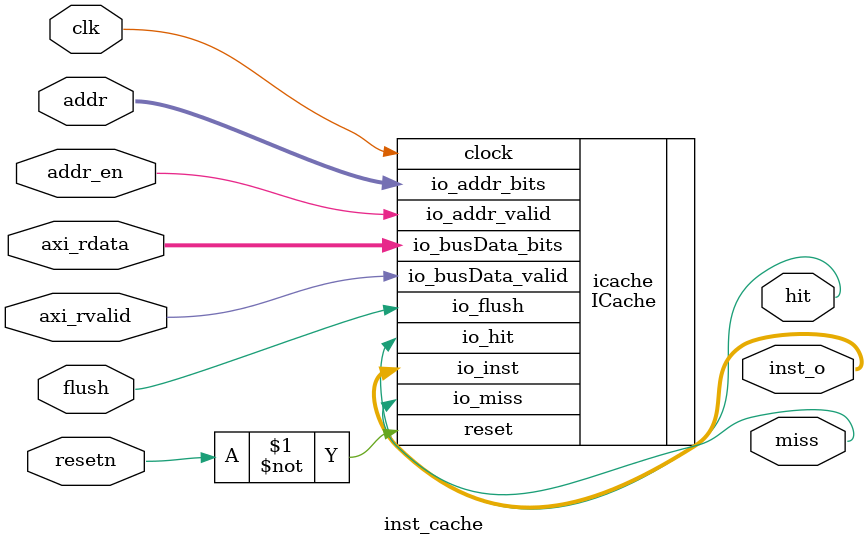
<source format=v>
module inst_cache(
    input wire          clk,
    input wire          resetn,
    input wire          flush,

    input wire[31:0]    addr,
    input wire          addr_en,

    output wire[31:0]    inst_o,
    output wire          hit,
    output wire          miss,

    //axi read data port     
    input wire[31:0]    axi_rdata,      
    input wire          axi_rvalid  
);

    ICache icache(
        .clock              (clk),
        .reset              (~resetn),
        .io_busData_valid   (axi_rvalid),
        .io_busData_bits    (axi_rdata),
        .io_flush           (flush),
        .io_addr_valid      (addr_en),
        .io_addr_bits       (addr),
        .io_inst            (inst_o),
        .io_hit             (hit),
        .io_miss            (miss)
    );

endmodule
</source>
